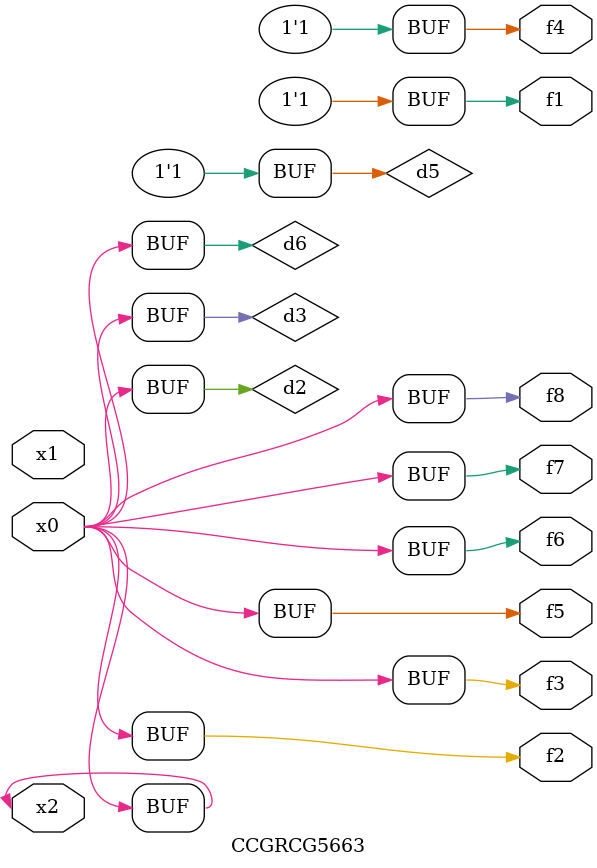
<source format=v>
module CCGRCG5663(
	input x0, x1, x2,
	output f1, f2, f3, f4, f5, f6, f7, f8
);

	wire d1, d2, d3, d4, d5, d6;

	xnor (d1, x2);
	buf (d2, x0, x2);
	and (d3, x0);
	xnor (d4, x1, x2);
	nand (d5, d1, d3);
	buf (d6, d2, d3);
	assign f1 = d5;
	assign f2 = d6;
	assign f3 = d6;
	assign f4 = d5;
	assign f5 = d6;
	assign f6 = d6;
	assign f7 = d6;
	assign f8 = d6;
endmodule

</source>
